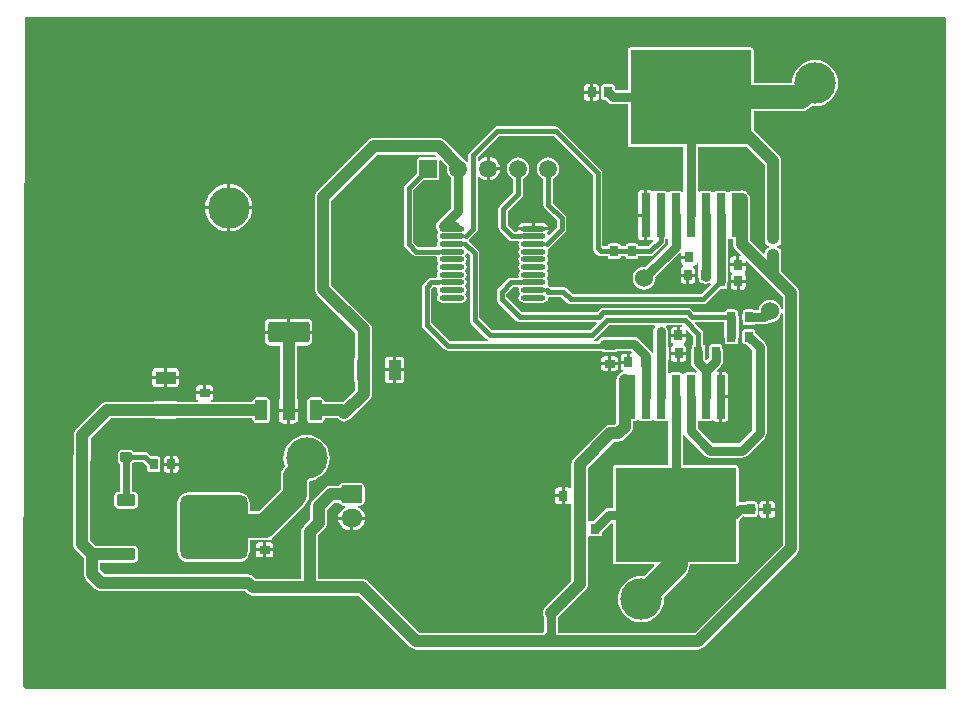
<source format=gtl>
%FSTAX24Y24*%
%MOIN*%
%SFA1B1*%

%IPPOS*%
%AMD11*
4,1,8,0.016200,0.034400,-0.016200,0.034400,-0.021600,0.029000,-0.021600,-0.029000,-0.016200,-0.034400,0.016200,-0.034400,0.021600,-0.029000,0.021600,0.029000,0.016200,0.034400,0.0*
1,1,0.010800,0.016200,0.029000*
1,1,0.010800,-0.016200,0.029000*
1,1,0.010800,-0.016200,-0.029000*
1,1,0.010800,0.016200,-0.029000*
%
%AMD12*
4,1,8,0.016200,0.034400,-0.016200,0.034400,-0.021600,0.029000,-0.021600,-0.029000,-0.016200,-0.034400,0.016200,-0.034400,0.021600,-0.029000,0.021600,0.029000,0.016200,0.034400,0.0*
1,1,0.010800,0.016200,0.029000*
1,1,0.010800,-0.016200,0.029000*
1,1,0.010800,-0.016200,-0.029000*
1,1,0.010800,0.016200,-0.029000*
%
%AMD13*
4,1,8,0.060300,0.034400,-0.060300,0.034400,-0.068900,0.025800,-0.068900,-0.025800,-0.060300,-0.034400,0.060300,-0.034400,0.068900,-0.025800,0.068900,0.025800,0.060300,0.034400,0.0*
1,1,0.017200,0.060300,0.025800*
1,1,0.017200,-0.060300,0.025800*
1,1,0.017200,-0.060300,-0.025800*
1,1,0.017200,0.060300,-0.025800*
%
%AMD16*
4,1,8,0.031500,-0.014800,0.031500,0.014800,0.026600,0.019700,-0.026600,0.019700,-0.031500,0.014800,-0.031500,-0.014800,-0.026600,-0.019700,0.026600,-0.019700,0.031500,-0.014800,0.0*
1,1,0.009800,0.026600,-0.014800*
1,1,0.009800,0.026600,0.014800*
1,1,0.009800,-0.026600,0.014800*
1,1,0.009800,-0.026600,-0.014800*
%
%AMD17*
4,1,8,0.112200,-0.081100,0.112200,0.081100,0.085100,0.108200,-0.085100,0.108200,-0.112200,0.081100,-0.112200,-0.081100,-0.085100,-0.108200,0.085100,-0.108200,0.112200,-0.081100,0.0*
1,1,0.054200,0.085100,-0.081100*
1,1,0.054200,0.085100,0.081100*
1,1,0.054200,-0.085100,0.081100*
1,1,0.054200,-0.085100,-0.081100*
%
%AMD18*
4,1,8,0.019700,-0.011800,0.019700,0.011800,0.015800,0.015700,-0.015800,0.015700,-0.019700,0.011800,-0.019700,-0.011800,-0.015800,-0.015700,0.015800,-0.015700,0.019700,-0.011800,0.0*
1,1,0.007800,0.015800,-0.011800*
1,1,0.007800,0.015800,0.011800*
1,1,0.007800,-0.015800,0.011800*
1,1,0.007800,-0.015800,-0.011800*
%
%AMD31*
4,1,8,0.035000,-0.022500,0.035000,0.022500,0.027500,0.030000,-0.027500,0.030000,-0.035000,0.022500,-0.035000,-0.022500,-0.027500,-0.030000,0.027500,-0.030000,0.035000,-0.022500,0.0*
1,1,0.015000,0.027500,-0.022500*
1,1,0.015000,0.027500,0.022500*
1,1,0.015000,-0.027500,0.022500*
1,1,0.015000,-0.027500,-0.022500*
%
%ADD10R,0.066900X0.043300*%
G04~CAMADD=11~8~0.0~0.0~433.0~689.0~54.0~0.0~15~0.0~0.0~0.0~0.0~0~0.0~0.0~0.0~0.0~0~0.0~0.0~0.0~0.0~433.0~689.0*
%ADD11D11*%
G04~CAMADD=12~8~0.0~0.0~433.0~689.0~54.0~0.0~15~0.0~0.0~0.0~0.0~0~0.0~0.0~0.0~0.0~0~0.0~0.0~0.0~0.0~433.0~689.0*
%ADD12D12*%
G04~CAMADD=13~8~0.0~0.0~1378.0~689.0~86.0~0.0~15~0.0~0.0~0.0~0.0~0~0.0~0.0~0.0~0.0~0~0.0~0.0~0.0~0.0~1378.0~689.0*
%ADD13D13*%
%ADD14R,0.035400X0.031500*%
%ADD15R,0.027600X0.035400*%
G04~CAMADD=16~8~0.0~0.0~394.0~630.0~49.0~0.0~15~0.0~0.0~0.0~0.0~0~0.0~0.0~0.0~0.0~0~0.0~0.0~0.0~270.0~630.0~394.0*
%ADD16D16*%
G04~CAMADD=17~8~0.0~0.0~2165.0~2244.0~271.0~0.0~15~0.0~0.0~0.0~0.0~0~0.0~0.0~0.0~0.0~0~0.0~0.0~0.0~270.0~2244.0~2164.0*
%ADD17D17*%
G04~CAMADD=18~8~0.0~0.0~315.0~394.0~39.0~0.0~15~0.0~0.0~0.0~0.0~0~0.0~0.0~0.0~0.0~0~0.0~0.0~0.0~270.0~394.0~314.0*
%ADD18D18*%
%ADD19R,0.031500X0.035400*%
%ADD20R,0.035400X0.027600*%
%ADD21R,0.031500X0.145700*%
%ADD22R,0.403500X0.315000*%
%ADD23R,0.043300X0.066900*%
%ADD24O,0.082700X0.017700*%
%ADD25C,0.031500*%
%ADD26C,0.023600*%
%ADD27C,0.039400*%
%ADD28C,0.015700*%
%ADD29C,0.078700*%
%ADD30O,0.070000X0.060000*%
G04~CAMADD=31~8~0.0~0.0~600.0~700.0~75.0~0.0~15~0.0~0.0~0.0~0.0~0~0.0~0.0~0.0~0.0~0~0.0~0.0~0.0~270.0~700.0~600.0*
%ADD31D31*%
%ADD32R,0.059100X0.059100*%
%ADD33C,0.059100*%
%ADD34C,0.060000*%
%ADD35C,0.137800*%
%LNteste2pcb-1*%
%LPD*%
G36*
X03075Y022285D02*
Y-0001D01*
X0001*
X0Y0*
X00005Y0223*
X0307*
X030704Y022304*
X03075Y022285*
G37*
%LNteste2pcb-2*%
%LPC*%
G36*
X005187Y010231D02*
X0048D01*
Y009963*
X005085*
X005124Y009971*
X005157Y009993*
X005179Y010026*
X005187Y010065*
Y010231*
G37*
G36*
X012332Y0105D02*
X012063D01*
Y010215*
X012071Y010176*
X012093Y010143*
X012126Y010121*
X012165Y010113*
X012332*
Y0105*
G37*
G36*
X0127D02*
X012431D01*
Y010113*
X012598*
X012637Y010121*
X01267Y010143*
X012692Y010176*
X0127Y010215*
Y0105*
G37*
G36*
X0047Y010231D02*
X004313D01*
Y010065*
X004321Y010026*
X004343Y009993*
X004376Y009971*
X004415Y009963*
X0047*
Y010231*
G37*
G36*
X009643Y011749D02*
X008057D01*
Y011541*
X008072Y011468*
X008113Y011407*
X008175Y011366*
X008247Y011351*
X008572*
Y009596*
X008542Y009551*
X00853Y009491*
Y009251*
X00917*
Y009491*
X009158Y009551*
X009128Y009596*
Y011351*
X009453*
X009525Y011366*
X009587Y011407*
X009628Y011468*
X009643Y011541*
Y011749*
G37*
G36*
X006Y010035D02*
X005873D01*
X005834Y010027*
X005801Y010005*
X005779Y009972*
X005771Y009933*
Y009826*
X006*
Y010035*
G37*
G36*
X006227D02*
X0061D01*
Y009826*
X006329*
Y009933*
X006321Y009972*
X006299Y010005*
X006266Y010027*
X006227Y010035*
G37*
G36*
X0047Y0106D02*
X004415D01*
X004376Y010592*
X004343Y01057*
X004321Y010537*
X004313Y010498*
Y010331*
X0047*
Y0106*
G37*
G36*
X012598Y010987D02*
X012431D01*
Y0106*
X0127*
Y010885*
X012692Y010924*
X01267Y010957*
X012637Y010979*
X012598Y010987*
G37*
G36*
X0195Y010994D02*
X019373D01*
X019334Y010987*
X019301Y010965*
X019279Y010932*
X019271Y010893*
Y010805*
X0195*
Y010994*
G37*
G36*
X019727D02*
X0196D01*
Y010805*
X019829*
Y010893*
X019821Y010932*
X019799Y010965*
X019766Y010987*
X019727Y010994*
G37*
G36*
X012332Y010987D02*
X012165D01*
X012126Y010979*
X012093Y010957*
X012071Y010924*
X012063Y010885*
Y0106*
X012332*
Y010987*
G37*
G36*
X005085Y0106D02*
X0048D01*
Y010331*
X005187*
Y010498*
X005179Y010537*
X005157Y01057*
X005124Y010592*
X005085Y0106*
G37*
G36*
X0195Y010705D02*
X019271D01*
Y010617*
X019279Y010578*
X019301Y010545*
X019334Y010523*
X019373Y010515*
X0195*
Y010705*
G37*
G36*
X019829D02*
X0196D01*
Y010515*
X019727*
X019766Y010523*
X019799Y010545*
X019821Y010578*
X019829Y010617*
Y010705*
G37*
G36*
X00917Y009151D02*
X0089D01*
Y008753*
X009012*
X009073Y008765*
X009124Y008799*
X009158Y00885*
X00917Y00891*
Y009151*
G37*
G36*
X0109Y00555D02*
X010503D01*
X01051Y005496*
X010551Y005398*
X010615Y005315*
X010698Y005251*
X010796Y00521*
X0109Y005197*
Y00555*
G37*
G36*
X011397D02*
X011D01*
Y005197*
X011104Y00521*
X011202Y005251*
X011285Y005315*
X011349Y005398*
X01139Y005496*
X011397Y00555*
G37*
G36*
X00945Y008371D02*
X009299Y008357D01*
X009155Y008313*
X009021Y008241*
X008905Y008145*
X008809Y008029*
X008737Y007895*
X008693Y00775*
X008679Y0076*
X008693Y007449*
X008724Y007348*
X00865Y00725*
X008602Y007136*
X008586Y007012*
Y00656*
X007857Y005831*
X007554*
Y006112*
X007542Y006203*
X007507Y006288*
X007451Y006361*
X007378Y006417*
X007293Y006452*
X007201Y006464*
X005499*
X005407Y006452*
X005322Y006417*
X005249Y006361*
X005193Y006288*
X005158Y006203*
X005146Y006112*
Y004488*
X005158Y004397*
X005193Y004312*
X005249Y004239*
X005322Y004183*
X005407Y004148*
X005499Y004136*
X007201*
X007293Y004148*
X007378Y004183*
X007451Y004239*
X007507Y004312*
X007542Y004397*
X007554Y004488*
Y004878*
X00783*
X007842Y00487*
X007873Y004863*
X008227*
X008258Y00487*
X008284Y004887*
X008301Y004913*
X008307Y004944*
Y004953*
X008391Y005017*
X009399Y006025*
X009475Y006124*
X009522Y006239*
X009539Y006362*
Y006815*
X009564Y00684*
X0096Y006843*
X009745Y006887*
X009879Y006959*
X009995Y007055*
X010091Y007171*
X010163Y007305*
X010207Y007449*
X010221Y0076*
X010207Y00775*
X010163Y007895*
X010091Y008029*
X009995Y008145*
X009879Y008241*
X009745Y008313*
X0096Y008357*
X00945Y008371*
G37*
G36*
X008227Y004809D02*
X0081D01*
Y0046*
X008329*
Y004707*
X008321Y004746*
X008299Y00478*
X008266Y004802*
X008227Y004809*
G37*
G36*
X008Y0045D02*
X007771D01*
Y004393*
X007779Y004354*
X007801Y00432*
X007834Y004298*
X007873Y004291*
X008*
Y0045*
G37*
G36*
X008329D02*
X0081D01*
Y004291*
X008227*
X008266Y004298*
X008299Y00432*
X008321Y004354*
X008329Y004393*
Y0045*
G37*
G36*
X008Y004809D02*
X007873D01*
X007834Y004802*
X007801Y00478*
X007779Y004746*
X007771Y004707*
Y0046*
X008*
Y004809*
G37*
G36*
X017949Y0063D02*
X017739D01*
Y006173*
X017747Y006134*
X017769Y006101*
X017802Y006079*
X017841Y006071*
X017949*
Y0063*
G37*
G36*
X004895Y007679D02*
X004807D01*
X004768Y007671*
X004735Y007649*
X004713Y007616*
X004706Y007577*
Y00745*
X004895*
Y007679*
G37*
G36*
X005083D02*
X004995D01*
Y00745*
X005185*
Y007577*
X005177Y007616*
X005155Y007649*
X005122Y007671*
X005083Y007679*
G37*
G36*
X0088Y009151D02*
X00853D01*
Y00891*
X008542Y00885*
X008576Y008799*
X008627Y008765*
X008688Y008753*
X0088*
Y009151*
G37*
G36*
X003586Y007889D02*
X003271D01*
X003225Y007879*
X003186Y007853*
X00316Y007814*
X00315Y007768*
Y007532*
X00316Y007486*
X003186Y007447*
X003225Y007421*
X003236Y007418*
Y006478*
X003171*
X003121Y006468*
X003079Y006439*
X00305Y006397*
X00304Y006347*
Y006052*
X00305Y006002*
X003079Y00596*
X003121Y005931*
X003171Y005922*
X003702*
X003752Y005931*
X003795Y00596*
X003823Y006002*
X003833Y006052*
Y006347*
X003823Y006397*
X003795Y006439*
X003752Y006468*
X003702Y006478*
X003637*
Y007424*
X003671Y007447*
X003697Y007486*
X003698Y007489*
X003983*
X004136Y007336*
X004137*
Y007223*
X004143Y007192*
X00416Y007166*
X004186Y007149*
X004217Y007143*
X004493*
X004523Y007149*
X004549Y007166*
X004567Y007192*
X004573Y007223*
Y007577*
X004567Y007608*
X004549Y007634*
X004523Y007651*
X004493Y007657*
X00427*
X004164Y007764*
X004111Y007798*
X00405Y007811*
X003698*
X003697Y007814*
X003671Y007853*
X003632Y007879*
X003586Y007889*
G37*
G36*
X017949Y006629D02*
X017841D01*
X017802Y006621*
X017769Y006599*
X017747Y006566*
X017739Y006527*
Y0064*
X017949*
Y006629*
G37*
G36*
X004895Y00735D02*
X004706D01*
Y007223*
X004713Y007184*
X004735Y007151*
X004768Y007129*
X004807Y007121*
X004895*
Y00735*
G37*
G36*
X005185D02*
X004995D01*
Y007121*
X005083*
X005122Y007129*
X005155Y007151*
X005177Y007184*
X005185Y007223*
Y00735*
G37*
G36*
X0068Y016738D02*
X006695Y016728D01*
X006547Y016682*
X00641Y016609*
X006289Y016511*
X006191Y01639*
X006118Y016253*
X006072Y016105*
X006062Y016*
X0068*
Y016738*
G37*
G36*
X007638Y0159D02*
X0069D01*
Y015162*
X007005Y015172*
X007153Y015218*
X00729Y015291*
X007411Y015389*
X007509Y01551*
X007582Y015647*
X007628Y015795*
X007638Y0159*
G37*
G36*
X009453Y012247D02*
X0089D01*
Y011849*
X009643*
Y012058*
X009628Y01213*
X009587Y012192*
X009525Y012233*
X009453Y012247*
G37*
G36*
X0207Y01565D02*
X020491D01*
Y014972*
X020498Y014933*
X02052Y0149*
X020554Y014877*
X020593Y01487*
X0207*
Y01565*
G37*
G36*
Y01653D02*
X020593D01*
X020554Y016523*
X02052Y0165*
X020498Y016467*
X020491Y016428*
Y01575*
X0207*
Y01653*
G37*
G36*
X018899Y01975D02*
X018689D01*
Y019623*
X018697Y019584*
X018719Y019551*
X018752Y019529*
X018791Y019521*
X018899*
Y01975*
G37*
G36*
X0069Y016738D02*
Y016D01*
X007638*
X007628Y016105*
X007582Y016253*
X007509Y01639*
X007411Y016511*
X00729Y016609*
X007153Y016682*
X007005Y016728*
X0069Y016738*
G37*
G36*
X020124Y011079D02*
X020017D01*
X019978Y011071*
X019945Y011049*
X019923Y011016*
X019915Y010977*
Y01085*
X020124*
Y011079*
G37*
G36*
X019106Y020079D02*
X018999D01*
Y01985*
X019208*
Y019977*
X019201Y020016*
X019178Y020049*
X019145Y020071*
X019106Y020079*
G37*
G36*
X024268Y021292D02*
X020232D01*
X020202Y021286*
X020176Y021269*
X020158Y021243*
X020152Y021212*
Y019878*
X019763*
X019738Y019903*
Y019977*
X019732Y020008*
X019714Y020034*
X019688Y020051*
X019657Y020057*
X019343*
X019312Y020051*
X019286Y020034*
X019268Y020008*
X019262Y019977*
Y019816*
X019259Y0198*
X019262Y019784*
Y019623*
X019268Y019592*
X019286Y019566*
X019312Y019549*
X019343Y019543*
X019417*
X019493Y019467*
X019571Y019414*
X019663Y019396*
X020152*
Y018062*
X020158Y018031*
X020176Y018005*
X020202Y017988*
X020232Y017982*
X022009*
Y016508*
X021982Y016494*
X021959Y016489*
X021938Y016503*
X021907Y016509*
X021593*
X021562Y016503*
X021536Y016485*
X021528Y016473*
X021521Y016471*
X021479*
X021472Y016473*
X021464Y016485*
X021438Y016503*
X021407Y016509*
X021093*
X021062Y016503*
X021044Y016491*
X021034Y016485*
X020983Y016496*
X02098Y0165*
X020947Y016523*
X020907Y01653*
X0208*
Y0157*
Y01487*
X020907*
X020947Y014877*
X02098Y0149*
X020997Y014888*
X020998Y014826*
X020833Y014661*
X020513*
Y014677*
X020507Y014708*
X02049Y014734*
X020464Y014751*
X020433Y014757*
X020157*
X020127Y014751*
X020101Y014734*
X020083Y014708*
X020077Y014677*
Y014661*
X019923*
Y014677*
X019917Y014708*
X019899Y014734*
X019873Y014751*
X019843Y014757*
X019567*
X019536Y014751*
X01951Y014734*
X019493Y014708*
X019487Y014677*
Y014661*
X019319*
X019311Y014669*
Y0171*
X019298Y017161*
X019264Y017214*
X017864Y018614*
X017811Y018648*
X01775Y018661*
X0158*
X015739Y018648*
X015686Y018614*
X014886Y017814*
X014852Y017761*
X014839Y0177*
Y017504*
X014789Y017487*
X014767Y017517*
X014689Y017577*
X014651Y017592*
X014047Y018197*
X013989Y018241*
X013922Y018269*
X01385Y018278*
X0117*
X011628Y018269*
X011561Y018241*
X011503Y018197*
X009803Y016497*
X009759Y016439*
X009732Y016372*
X009722Y0163*
Y01325*
X009732Y013178*
X009759Y013111*
X009803Y013053*
X011072Y011785*
Y010959*
X011071*
X011045Y010941*
X011028Y010915*
X011022Y010885*
Y010215*
X011028Y010185*
X011045Y010159*
X011071Y010141*
X011072*
Y009865*
X010675Y009468*
X010671Y009469*
X010599Y009479*
X010053*
Y009491*
X010043Y009543*
X010014Y009587*
X00997Y009616*
X009918Y009627*
X009593*
X009541Y009616*
X009497Y009587*
X009468Y009543*
X009458Y009491*
Y00891*
X009468Y008859*
X009497Y008815*
X009541Y008785*
X009593Y008775*
X009918*
X00997Y008785*
X010014Y008815*
X010043Y008859*
X010053Y00891*
Y008923*
X010484*
X010503Y008903*
X010561Y008859*
X010628Y008831*
X0107Y008822*
X010772Y008831*
X010839Y008859*
X010897Y008903*
X011547Y009553*
X011591Y009611*
X011618Y009678*
X011628Y00975*
Y0119*
X011618Y011972*
X011591Y012039*
X011547Y012097*
X010278Y013365*
Y016185*
X011815Y017722*
X013735*
X013781Y017676*
X013761Y017626*
X013205*
X013174Y017619*
X013148Y017602*
X013131Y017576*
X013124Y017545*
Y017102*
X012736Y016714*
X012702Y016661*
X012689Y0166*
Y01475*
X012702Y014689*
X012736Y014636*
X012997Y014376*
X013049Y014341*
X013111Y014329*
X013777*
X013806Y014279*
X013796Y014228*
X013809Y014163*
X013825Y014139*
X013843Y0141*
X013825Y014061*
X013809Y014037*
X013796Y013972*
X013809Y013907*
X013846Y013851*
Y013837*
X013809Y013781*
X013796Y013716*
X013805Y013671*
X013774Y013621*
X01361*
X013549Y013609*
X013497Y013574*
X013336Y013414*
X013302Y013361*
X013289Y0133*
Y01205*
X013302Y011989*
X013336Y011936*
X014041Y011232*
X014093Y011197*
X014155Y011185*
X019274*
X019278Y011182*
X019298Y011178*
X019299Y011177*
X019316Y011151*
X019342Y011133*
X019373Y011127*
X019727*
X019758Y011133*
X019784Y011151*
X019793Y011164*
X02025*
X020285Y011129*
X020264Y011079*
X020224*
Y0108*
X020174*
Y01075*
X019915*
Y010623*
X019923Y010584*
X019945Y010551*
X019978Y010529*
X020007Y010523*
X020006Y010472*
X019978Y010468*
X019911Y010441*
X019853Y010397*
X019809Y010339*
X019782Y010272*
X019772Y0102*
Y008765*
X01971Y008704*
X019576*
X019504Y008694*
X019437Y008666*
X019379Y008622*
X018353Y007597*
X018309Y007539*
X018282Y007472*
X018272Y0074*
Y006624*
X018249Y006611*
X018222Y006604*
X018195Y006621*
X018156Y006629*
X018049*
Y00635*
Y006071*
X018156*
X018195Y006079*
X018222Y006096*
X018249Y006089*
X018272Y006076*
Y003515*
X017403Y002647*
X017359Y002589*
X017332Y002522*
X017322Y00245*
X017332Y002378*
X017359Y002311*
Y00185*
X017287Y001778*
X013215*
X011497Y003497*
X011439Y003541*
X011372Y003568*
X0113Y003578*
X009828*
Y005035*
X010047Y005253*
X010091Y005311*
X010118Y005378*
X010128Y00545*
Y005885*
X010365Y006122*
X010529*
X01053Y006115*
X010564Y006064*
X010615Y00603*
X010675Y006018*
X010734*
X010744Y005968*
X010698Y005949*
X010615Y005885*
X010551Y005802*
X01051Y005704*
X010503Y00565*
X01095*
X011397*
X01139Y005704*
X011349Y005802*
X011285Y005885*
X011202Y005949*
X011156Y005968*
X011166Y006018*
X011225*
X011285Y00603*
X011336Y006064*
X01137Y006115*
X011382Y006175*
Y006625*
X01137Y006685*
X011336Y006736*
X011285Y00677*
X011225Y006782*
X010675*
X010615Y00677*
X010564Y006736*
X01053Y006685*
X010529Y006678*
X01025*
X010178Y006668*
X010111Y006641*
X010053Y006597*
X009653Y006197*
X009609Y006139*
X009582Y006072*
X009572Y006*
Y005565*
X009353Y005347*
X009309Y005289*
X009281Y005222*
X009272Y00515*
Y003578*
X007765*
X007697Y003647*
X007639Y003691*
X007572Y003719*
X0075Y003728*
X002715*
X002578Y003866*
Y004122*
X00317*
X003171*
X003702*
X003752Y004132*
X003795Y004161*
X003823Y004203*
X003833Y004253*
Y004548*
X003823Y004598*
X003795Y00464*
X003752Y004669*
X003702Y004678*
X003171*
X00317*
X002415*
X002228Y004865*
Y007467*
X00224Y007486*
X00225Y007532*
Y00765*
Y008257*
X002916Y008923*
X00441*
X004415Y008922*
X005085*
X00509Y008923*
X007647*
Y00891*
X007657Y008859*
X007686Y008815*
X00773Y008785*
X007782Y008775*
X008107*
X008159Y008785*
X008203Y008815*
X008232Y008859*
X008242Y00891*
Y009491*
X008232Y009543*
X008203Y009587*
X008159Y009616*
X008107Y009627*
X007782*
X00773Y009616*
X007686Y009587*
X007657Y009543*
X007647Y009491*
Y009479*
X006282*
X006275Y009498*
X006273Y009529*
X006299Y009546*
X006321Y009579*
X006329Y009618*
Y009726*
X005771*
Y009618*
X005779Y009579*
X005801Y009546*
X005827Y009529*
X005825Y009498*
X005818Y009479*
X00515*
X005141Y009492*
X005115Y009509*
X005085Y009515*
X004415*
X004385Y009509*
X004359Y009492*
X00435Y009479*
X002801*
X002729Y009469*
X002662Y009442*
X002604Y009397*
X001775Y008568*
X001731Y008511*
X001703Y008444*
X001694Y008372*
Y00773*
X001681Y0077*
X001672Y007628*
Y00475*
X001681Y004678*
X001709Y004611*
X001753Y004553*
X002022Y004285*
Y00375*
X002031Y003678*
X002059Y003611*
X002103Y003554*
X002403Y003253*
X002461Y003209*
X002528Y003182*
X0026Y003172*
X007385*
X007453Y003103*
X007511Y003059*
X007578Y003031*
X00765Y003022*
X011185*
X012903Y001303*
X012961Y001259*
X013028Y001231*
X0131Y001222*
X0225*
X022572Y001231*
X022639Y001259*
X022697Y001303*
X025797Y004403*
X025841Y004461*
X025868Y004528*
X025878Y0046*
Y0131*
X025868Y013172*
X025841Y013239*
X025797Y013297*
X025278Y013815*
Y014374*
X025268Y014446*
X025257Y014473*
Y014532*
X025251Y014563*
X025234Y014589*
X025208Y014606*
X025177Y014612*
X025156*
X025141Y01464*
X025143Y014668*
X025166Y014688*
X025177*
X025208Y014694*
X025234Y014711*
X025251Y014737*
X025257Y014768*
Y014827*
X025268Y014854*
X025278Y014926*
Y0175*
X025268Y017572*
X025241Y017639*
X025197Y017697*
X024348Y018545*
Y01916*
X025937*
X02606Y019177*
X026175Y019224*
X026274Y0193*
X026311Y019337*
X0264Y019329*
X026551Y019343*
X026695Y019387*
X026829Y019459*
X026945Y019555*
X027041Y019671*
X027113Y019805*
X027157Y01995*
X027171Y0201*
X027157Y02025*
X027113Y020395*
X027041Y020529*
X026945Y020645*
X026829Y020741*
X026695Y020813*
X026551Y020857*
X0264Y020871*
X026249Y020857*
X026105Y020813*
X025971Y020741*
X025855Y020645*
X025759Y020529*
X025687Y020395*
X025643Y02025*
X02563Y020114*
X024348*
Y021212*
X024342Y021243*
X024324Y021269*
X024298Y021286*
X024268Y021292*
G37*
G36*
X018899Y020079D02*
X018791D01*
X018752Y020071*
X018719Y020049*
X018697Y020016*
X018689Y019977*
Y01985*
X018899*
Y020079*
G37*
G36*
X0088Y012247D02*
X008247D01*
X008175Y012233*
X008113Y012192*
X008072Y01213*
X008057Y012058*
Y011849*
X0088*
Y012247*
G37*
G36*
X019208Y01975D02*
X018999D01*
Y019521*
X019106*
X019145Y019529*
X019178Y019551*
X019201Y019584*
X019208Y019623*
Y01975*
G37*
G36*
X0068Y0159D02*
X006062D01*
X006072Y015795*
X006118Y015647*
X006191Y01551*
X006289Y015389*
X00641Y015291*
X006547Y015218*
X006695Y015172*
X0068Y015162*
Y0159*
G37*
%LNteste2pcb-3*%
%LPD*%
G36*
X024722Y017385D02*
Y014926D01*
X024732Y014854*
X024743Y014827*
Y014768*
X024749Y014737*
X024766Y014711*
X024792Y014694*
X024823Y014688*
X024844*
X024859Y01466*
X024857Y014632*
X024834Y014612*
X024823*
X024792Y014606*
X024766Y014589*
X024749Y014563*
X024743Y014532*
Y014473*
X024732Y014446*
X02473Y014434*
X024677Y014416*
X024228Y014865*
Y01625*
X024218Y016322*
X024191Y016389*
X024147Y016447*
X024089Y016491*
X024022Y016518*
X02395Y016528*
X023878Y016518*
X023854Y016509*
X023593*
X023562Y016503*
X023536Y016485*
X023528Y016473*
X023521Y016471*
X023479*
X023472Y016473*
X023464Y016485*
X023438Y016503*
X023407Y016509*
X023093*
X023062Y016503*
X023036Y016485*
X023028Y016473*
X023021Y016471*
X022979*
X022972Y016473*
X022964Y016485*
X022938Y016503*
X022907Y016509*
X022593*
X022562Y016503*
X022541Y016489*
X022518Y016494*
X022491Y016508*
Y017982*
X024125*
X024722Y017385*
G37*
G36*
X014133Y017324D02*
X014123Y01725D01*
X014136Y017152*
X014173Y017061*
X014233Y016983*
X014259Y016963*
Y01595*
X01383Y01552*
X013777Y015442*
X013759Y01535*
X013777Y015258*
X013803Y01522*
X013809Y015186*
X013825Y015162*
X013843Y015124*
X013825Y015085*
X013809Y015061*
X013796Y014996*
X013809Y01493*
X013846Y014875*
X013825Y014829*
X013809Y014805*
X013796Y01474*
X013804Y0147*
X01377Y01465*
X013177*
X013011Y014817*
Y016533*
X013352Y016874*
X013795*
X013826Y016881*
X013852Y016898*
X013869Y016924*
X013876Y016955*
Y017511*
X013926Y017531*
X014133Y017324*
G37*
G36*
X021028Y008877D02*
X021036Y008865D01*
X021062Y008847*
X021093Y008841*
X021407*
X021438Y008847*
X021459Y008861*
X021482Y008856*
X021509Y008842*
Y007368*
X019732*
X019702Y007362*
X019676Y007345*
X019658Y007319*
X019652Y007288*
Y005954*
X019539*
X019446Y005936*
X019368Y005883*
X018992Y005507*
X018918*
X018887Y005501*
X018878Y005495*
X018828Y005517*
Y00635*
Y007285*
X019691Y008148*
X019826*
X019898Y008157*
X019965Y008185*
X020022Y008229*
X020247Y008453*
X020291Y008511*
X020319Y008578*
X020328Y00865*
Y008841*
X020407*
X020438Y008847*
X020464Y008865*
X020472Y008877*
X020479Y008879*
X020521*
X020528Y008877*
X020536Y008865*
X020562Y008847*
X020593Y008841*
X020907*
X020938Y008847*
X020964Y008865*
X020972Y008877*
X020979Y008879*
X021021*
X021028Y008877*
G37*
G36*
X021959Y012029D02*
X021954Y012007D01*
X02193Y011979*
X021895*
Y01175*
X022085*
Y011867*
X022109Y011883*
X022134Y011889*
X022344Y011679*
Y011403*
X022336Y011401*
X02231Y011384*
X022293Y011358*
X022287Y011327*
Y011251*
X022277Y011237*
X022259Y011145*
Y0108*
X022277Y010708*
X02233Y01063*
X022461Y010499*
X022439Y010455*
X022436Y010453*
X022407Y010459*
X022093*
X022062Y010453*
X022036Y010435*
X022028Y010423*
X022021Y010421*
X021979*
X021972Y010423*
X021964Y010435*
X021938Y010453*
X021907Y010459*
X021593*
X021562Y010453*
X021541Y010439*
X021518Y010444*
X021491Y010458*
Y010851*
X021513Y010866*
X02153Y010892*
X021537Y010923*
Y011277*
X02153Y011308*
X021513Y011334*
X021491Y011349*
Y011851*
X021473Y011943*
X021442Y011989*
X021468Y012039*
X021947*
X021959Y012029*
G37*
G36*
X021058Y011989D02*
X021027Y011943D01*
X021009Y011851*
Y011132*
X020959Y011117*
X02092Y011175*
X02052Y011575*
X020442Y011627*
X02035Y011646*
X01937*
X019278Y011627*
X019199Y011575*
X019153Y011506*
X019026*
X019018Y011532*
Y011556*
X019064Y011586*
X019517Y012039*
X021032*
X021058Y011989*
G37*
G36*
X023562Y014897D02*
X023593Y014891D01*
X023672*
Y01475*
X023681Y014678*
X023709Y014611*
X023753Y014553*
X023932Y014375*
X023912Y014329*
X023876*
Y0141*
X024085*
Y014157*
X024131Y014176*
X024803Y013503*
X025322Y012985*
Y012579*
X025272Y012576*
X025269Y012599*
X025231Y012691*
X02517Y01277*
X025091Y012831*
X024999Y012869*
X0249Y012882*
X024801Y012869*
X024709Y012831*
X02463Y01277*
X024569Y012691*
X024531Y012599*
X024523Y012541*
X024384*
X024369Y012551*
X024338Y012557*
X024062*
X024031Y012551*
X024005Y012534*
X023988Y012508*
X023982Y012477*
Y012399*
X023977Y012392*
X023959Y0123*
X023977Y012208*
X023982Y012201*
Y012123*
X023988Y012092*
X024005Y012066*
X024031Y012049*
X024062Y012043*
X024338*
X024369Y012049*
X024384Y012059*
X0247*
X024792Y012077*
X024861Y012123*
X0249Y012118*
X024999Y012131*
X025091Y012169*
X02517Y01223*
X025231Y012309*
X025269Y012401*
X025272Y012424*
X025322Y012421*
Y004715*
X022385Y001778*
X017841*
Y002298*
X018747Y003203*
X018791Y003261*
X018819Y003328*
X018828Y0034*
Y004983*
X018878Y005005*
X018887Y004999*
X018918Y004993*
X019233*
X019264Y004999*
X01929Y005016*
X019307Y005042*
X019313Y005073*
Y005147*
X019602Y005436*
X019652Y005415*
Y004138*
X019658Y004107*
X019676Y004081*
X019702Y004064*
X019732Y004058*
X021019*
X021038Y004012*
X020689Y003663*
X0206Y003671*
X02045Y003657*
X020305Y003613*
X020171Y003541*
X020055Y003445*
X019959Y003329*
X019887Y003195*
X019843Y00305*
X019829Y0029*
X019843Y002749*
X019887Y002605*
X019959Y002471*
X020055Y002355*
X020171Y002259*
X020305Y002187*
X02045Y002143*
X0206Y002129*
X020751Y002143*
X020895Y002187*
X021029Y002259*
X021145Y002355*
X021241Y002471*
X021313Y002605*
X021357Y002749*
X021371Y0029*
X021363Y002989*
X022087Y003713*
X022163Y003812*
X02221Y003927*
X022227Y00405*
Y004058*
X023768*
X023798Y004064*
X023824Y004081*
X023842Y004107*
X023848Y004138*
Y005519*
X023883Y005543*
X024Y005659*
X024045*
X024061Y005649*
X024091Y005643*
X024406*
X024437Y005649*
X024463Y005666*
X02448Y005692*
X024487Y005723*
Y005884*
X02449Y0059*
X024487Y005916*
Y006077*
X02448Y006108*
X024463Y006134*
X024437Y006151*
X024406Y006157*
X024091*
X024061Y006151*
X024045Y006141*
X0239*
X023887Y006138*
X023848Y00617*
Y007288*
X023842Y007319*
X023824Y007345*
X023798Y007362*
X023768Y007368*
X021991*
Y008373*
X022041Y008388*
X02208Y00833*
X02273Y00768*
X022808Y007627*
X0229Y007609*
X02395*
X024042Y007627*
X02412Y00768*
X02472Y00828*
X024773Y008358*
X024791Y00845*
Y011295*
X024773Y011387*
X02472Y011466*
X024413Y011773*
Y011827*
X024407Y011858*
X02439Y011884*
X024364Y011901*
X024333Y011907*
X024057*
X024027Y011901*
X024001Y011884*
X023983Y011858*
X023977Y011827*
Y011749*
X023973Y011742*
X023954Y01165*
X023973Y011558*
X023977Y011551*
Y011473*
X023983Y011442*
X024001Y011416*
X024027Y011399*
X024057Y011393*
X024112*
X024309Y011196*
Y00855*
X02385Y008091*
X023*
X022491Y0086*
Y008842*
X022518Y008856*
X022541Y008861*
X022562Y008847*
X022593Y008841*
X022907*
X022938Y008847*
X022958Y00886*
X022965Y008865*
X023017Y008854*
X02302Y00885*
X023054Y008827*
X023093Y00882*
X0232*
Y00965*
Y01048*
X023142*
X023121Y01053*
X02327Y01068*
X023323Y010758*
X023341Y01085*
X023336Y010874*
Y01115*
X023318Y011242*
X023313Y011249*
Y011327*
X023307Y011358*
X02329Y011384*
X023264Y011401*
X023233Y011407*
X022957*
X022927Y011401*
X022901Y011384*
X022883Y011358*
X022877Y011327*
Y011249*
X022873Y011242*
X022854Y01115*
Y010945*
X022778Y010869*
X022741Y010902*
Y011126*
X022746Y01115*
X022727Y011242*
X022723Y011249*
Y011327*
X022717Y011358*
X022699Y011384*
X022673Y011401*
X022665Y011403*
Y011745*
X022653Y011807*
X022618Y011859*
X022384Y012093*
X022403Y012139*
X023369*
Y011674*
X023364Y01165*
X023382Y011558*
X023387Y011551*
Y011473*
X023393Y011442*
X02341Y011416*
X023436Y011399*
X023467Y011393*
X023743*
X023773Y011399*
X023799Y011416*
X023817Y011442*
X023823Y011473*
Y011549*
X023832Y011563*
X02385Y011655*
Y0123*
X023832Y012392*
X023828Y012399*
Y012477*
X023821Y012508*
X023804Y012534*
X023778Y012551*
X023747Y012557*
X023472*
X023441Y012551*
X023415Y012534*
X023397Y012508*
X023391Y012477*
Y012461*
X022381*
X02227Y012571*
X022218Y012606*
X022157Y012618*
X019343*
X019282Y012606*
X01923Y012571*
X019119Y012461*
X016617*
X016111Y012967*
Y013083*
X016327Y0133*
X01649*
X016522Y01325*
X016513Y013204*
X016526Y013139*
X016563Y013084*
Y013069*
X016526Y013014*
X016513Y012948*
X016526Y012883*
X016563Y012828*
X016618Y012791*
X016683Y012778*
X017333*
X017398Y012791*
X017454Y012828*
X017491Y012883*
X017504Y012948*
X017546Y012989*
X017933*
X018136Y012786*
X018189Y012752*
X01825Y012739*
X022655*
X022716Y012752*
X022768Y012786*
X023224Y013243*
X023393*
X023423Y013249*
X023449Y013266*
X023467Y013292*
X023473Y013323*
Y013405*
X023491Y013495*
Y013819*
X023506Y013842*
X023512Y013873*
Y014227*
X023506Y014258*
X023491Y014281*
Y014892*
X023518Y014906*
X023541Y014911*
X023562Y014897*
G37*
G36*
X018989Y017033D02*
Y014603D01*
X019002Y014541*
X019036Y014489*
X019139Y014386*
X019191Y014352*
X019253Y014339*
X019487*
Y014323*
X019493Y014292*
X01951Y014266*
X019536Y014249*
X019567Y014243*
X019843*
X019873Y014249*
X019899Y014266*
X019917Y014292*
X019923Y014323*
Y014339*
X020077*
Y014323*
X020083Y014292*
X020101Y014266*
X020127Y014249*
X020157Y014243*
X020433*
X020464Y014249*
X02049Y014266*
X020507Y014292*
X020513Y014323*
Y014339*
X0209*
X020961Y014352*
X021014Y014386*
X021364Y014736*
X021398Y014789*
X021411Y01485*
Y014892*
X021438Y014897*
X021459Y014911*
X021482Y014906*
X021509Y014892*
Y01475*
X020737Y013977*
X0207Y013982*
X020601Y013969*
X020509Y013931*
X02043Y01387*
X020369Y013791*
X020331Y013699*
X020318Y0136*
X020331Y013501*
X020369Y013409*
X02043Y01333*
X020509Y013269*
X020601Y013231*
X0207Y013218*
X020799Y013231*
X020891Y013269*
X02097Y01333*
X021031Y013409*
X021069Y013501*
X021082Y0136*
X021077Y013637*
X021891Y01445*
X021941Y014429*
Y01435*
X0222*
Y01425*
X021941*
Y014123*
X021948Y014084*
X02197Y014051*
X022004Y014029*
X022007Y014028*
Y013977*
X021978Y013971*
X021945Y013949*
X021923Y013916*
X021915Y013877*
Y01375*
X022155*
X022394*
Y013877*
X022387Y013916*
X022365Y013949*
X022332Y013971*
X022339Y014021*
X022357*
X022397Y014029*
X02243Y014051*
X022452Y014084*
X022459Y014123*
X022509Y014122*
Y01365*
X022527Y013559*
Y013523*
X022533Y013492*
X022551Y013466*
X022577Y013449*
X022607Y013443*
X022635*
X022658Y013427*
X02275Y013409*
X022842Y013427*
X022865Y013443*
X022883*
X022904Y013447*
X022929Y013414*
X022933Y013405*
X022588Y013061*
X018317*
X018114Y013264*
X018061Y013298*
X018Y013311*
X017576*
X017569Y013318*
X017521Y01335*
X0175Y013372*
X017491Y013395*
X017504Y01346*
X017491Y013526*
X017475Y013549*
X017457Y013588*
X017475Y013627*
X017491Y013651*
X017504Y013716*
X017491Y013781*
X017454Y013837*
Y013851*
X017491Y013907*
X017504Y013972*
X017491Y014037*
X017475Y014061*
X017457Y0141*
X017475Y014139*
X017491Y014163*
X017504Y014228*
X017491Y014293*
X017454Y014349*
Y014363*
X017491Y014419*
X017504Y014484*
X017491Y014549*
X0175Y014572*
X017521Y014594*
X017569Y014626*
X018064Y015121*
X018098Y015173*
X018111Y015235*
Y0156*
X018098Y015661*
X018064Y015714*
X017661Y016117*
Y016912*
X017689Y016923*
X017767Y016983*
X017827Y017061*
X017864Y017152*
X017877Y01725*
X017864Y017348*
X017827Y017439*
X017767Y017517*
X017689Y017577*
X017598Y017614*
X0175Y017627*
X017402Y017614*
X017311Y017577*
X017233Y017517*
X017173Y017439*
X017136Y017348*
X017123Y01725*
X017136Y017152*
X017173Y017061*
X017233Y016983*
X017311Y016923*
X017339Y016912*
Y01605*
X017352Y015989*
X017386Y015936*
X017789Y015533*
Y015301*
X01754Y015051*
X017487Y015068*
X017465Y015113*
X017469Y015116*
X017511Y015178*
X017515Y015202*
X017008*
X016497*
X016465Y015156*
X016371*
X016161Y015367*
Y015833*
X016614Y016286*
X016648Y016339*
X016661Y0164*
Y016912*
X016689Y016923*
X016767Y016983*
X016827Y017061*
X016864Y017152*
X016877Y01725*
X016864Y017348*
X016827Y017439*
X016767Y017517*
X016689Y017577*
X016598Y017614*
X0165Y017627*
X016402Y017614*
X016311Y017577*
X016233Y017517*
X016173Y017439*
X016136Y017348*
X016123Y01725*
X016136Y017152*
X016173Y017061*
X016233Y016983*
X016311Y016923*
X016339Y016912*
Y016467*
X015886Y016014*
X015852Y015961*
X015839Y0159*
Y0153*
X015852Y015239*
X015886Y015186*
X016191Y014882*
X016243Y014847*
X016304Y014835*
X01649*
X016522Y014785*
X016513Y01474*
X016526Y014674*
X016542Y014651*
X016559Y014612*
X016542Y014573*
X016526Y014549*
X016513Y014484*
X016526Y014419*
X016563Y014363*
Y014349*
X016526Y014293*
X016513Y014228*
X016526Y014163*
X016542Y014139*
X016559Y0141*
X016542Y014061*
X016526Y014037*
X016513Y013972*
X016526Y013907*
X016563Y013851*
Y013837*
X016526Y013781*
X016513Y013716*
X016522Y013671*
X01649Y013621*
X01626*
X016199Y013609*
X016147Y013574*
X015836Y013264*
X015802Y013211*
X015789Y01315*
Y0129*
X015802Y012839*
X015836Y012786*
X016436Y012186*
X016489Y012152*
X01655Y012139*
X019097*
X019116Y012093*
X018883Y011861*
X015617*
X015211Y012267*
Y014428*
X015198Y01449*
X015164Y014542*
X014873Y014833*
X014865Y014878*
X014875Y014898*
X015114Y015136*
X015148Y015189*
X015161Y01525*
Y016965*
X015208Y016981*
X015218Y016968*
X015301Y016905*
X015397Y016865*
X01545Y016858*
Y01725*
Y017642*
X015397Y017635*
X015301Y017595*
X015218Y017532*
X015208Y017519*
X015161Y017535*
Y017633*
X015867Y018339*
X017683*
X018989Y017033*
G37*
G36*
X014889Y014362D02*
Y0122D01*
X014902Y012139*
X014936Y012086*
X015436Y011586*
X015482Y011556*
Y011532*
X015474Y011506*
X014221*
X013611Y012117*
Y013233*
X013677Y0133*
X013774*
X013805Y01325*
X013796Y013204*
X013809Y013139*
X013825Y013115*
X013843Y013076*
X013825Y013038*
X013809Y013014*
X013796Y012948*
X013809Y012883*
X013846Y012828*
X013902Y012791*
X013967Y012778*
X014617*
X014682Y012791*
X014737Y012828*
X014774Y012883*
X014787Y012948*
X014774Y013014*
X014758Y013038*
X014741Y013076*
X014758Y013115*
X014774Y013139*
X014787Y013204*
X014774Y01327*
X014737Y013325*
Y01334*
X014774Y013395*
X014787Y01346*
X014774Y013526*
X014758Y013549*
X014741Y013588*
X014758Y013627*
X014774Y013651*
X014787Y013716*
X014774Y013781*
X014737Y013837*
Y013851*
X014774Y013907*
X014787Y013972*
X014774Y014037*
X014758Y014061*
X014741Y0141*
X014758Y014139*
X014774Y014163*
X014787Y014228*
X014774Y014293*
X014737Y014349*
Y014363*
X014769Y014411*
X014823Y014428*
X014889Y014362*
G37*
%LNteste2pcb-4*%
%LPC*%
G36*
X021795Y011979D02*
X021707D01*
X021668Y011971*
X021635Y011949*
X021613Y011916*
X021606Y011877*
Y01175*
X021795*
Y011979*
G37*
G36*
X022109Y01105D02*
X0219D01*
Y010821*
X022007*
X022046Y010829*
X02208Y010851*
X022102Y010884*
X022109Y010923*
Y01105*
G37*
G36*
X0218D02*
X021591D01*
Y010923*
X021598Y010884*
X02162Y010851*
X021653Y010829*
X021693Y010821*
X0218*
Y01105*
G37*
G36*
X022085Y01165D02*
X021845D01*
X021606*
Y011523*
X021613Y011484*
X021635Y011451*
X021668Y011429*
X021677Y011427*
Y011376*
X021653Y011371*
X02162Y011349*
X021598Y011316*
X021591Y011277*
Y01115*
X02185*
Y0111*
Y01115*
X022109*
Y011277*
X022102Y011316*
X02208Y011349*
X022046Y011371*
X022018Y011377*
Y011428*
X022022Y011429*
X022055Y011451*
X022077Y011484*
X022085Y011523*
Y01165*
G37*
G36*
X02475Y00585D02*
X024541D01*
Y005723*
X024548Y005684*
X02457Y005651*
X024604Y005629*
X024643Y005621*
X02475*
Y00585*
G37*
G36*
X024957Y006179D02*
X02485D01*
Y00595*
X025059*
Y006077*
X025052Y006116*
X02503Y006149*
X024997Y006171*
X024957Y006179*
G37*
G36*
X02475D02*
X024643D01*
X024604Y006171*
X02457Y006149*
X024548Y006116*
X024541Y006077*
Y00595*
X02475*
Y006179*
G37*
G36*
X025059Y00585D02*
X02485D01*
Y005621*
X024957*
X024997Y005629*
X02503Y005651*
X025052Y005684*
X025059Y005723*
Y00585*
G37*
G36*
X023795Y01345D02*
X023606D01*
Y013323*
X023613Y013284*
X023635Y013251*
X023668Y013229*
X023707Y013221*
X023795*
Y01345*
G37*
G36*
X024085D02*
X023895D01*
Y013221*
X023983*
X024022Y013229*
X024055Y013251*
X024077Y013284*
X024085Y013323*
Y01345*
G37*
G36*
X023509Y0096D02*
X0233D01*
Y00882*
X023407*
X023447Y008827*
X02348Y00885*
X023502Y008883*
X023509Y008922*
Y0096*
G37*
G36*
X023776Y014329D02*
X023668D01*
X023629Y014321*
X023596Y014299*
X023574Y014266*
X023566Y014227*
Y0141*
X023776*
Y014329*
G37*
G36*
X024085Y014D02*
X023826D01*
X023566*
Y013873*
X023574Y013834*
X023596Y013801*
X023609Y013792*
X023627Y013763*
X023622Y013729*
X023613Y013716*
X023606Y013677*
Y01355*
X023845*
Y0135*
Y01355*
X024085*
Y013677*
X024077Y013716*
X024055Y013749*
Y013801*
X024077Y013834*
X024085Y013873*
Y014*
G37*
G36*
X023407Y01048D02*
X0233D01*
Y0097*
X023509*
Y010378*
X023502Y010417*
X02348Y01045*
X023447Y010473*
X023407Y01048*
G37*
G36*
X015892Y0172D02*
X01555D01*
Y016858*
X015603Y016865*
X015699Y016905*
X015782Y016968*
X015845Y017051*
X015885Y017147*
X015892Y0172*
G37*
G36*
X01555Y017642D02*
Y0173D01*
X015892*
X015885Y017353*
X015845Y017449*
X015782Y017532*
X015699Y017595*
X015603Y017635*
X01555Y017642*
G37*
G36*
X022105Y01365D02*
X021915D01*
Y013523*
X021923Y013484*
X021945Y013451*
X021978Y013429*
X022017Y013421*
X022105*
Y01365*
G37*
G36*
X016958Y015444D02*
X016683D01*
X01661Y015429*
X016547Y015388*
X016506Y015325*
X016501Y015302*
X016958*
Y015444*
G37*
G36*
X017333D02*
X017058D01*
Y015302*
X017515*
X017511Y015325*
X017469Y015388*
X017407Y015429*
X017333Y015444*
G37*
G36*
X022394Y01365D02*
X022205D01*
Y013421*
X022293*
X022332Y013429*
X022365Y013451*
X022387Y013484*
X022394Y013523*
Y01365*
G37*
%LNteste2pcb-5*%
%LPD*%
G54D10*
X00475Y010281D03*
Y009219D03*
G54D11*
X007944Y009201D03*
G54D12*
X00885Y009201D03*
X009756D03*
G54D13*
X00885Y011799D03*
G54D14*
X00805Y005101D03*
Y00455D03*
X00605Y009224D03*
Y009776D03*
X025Y014374D03*
Y014926D03*
G54D15*
X004355Y0074D03*
X004945D03*
X023255Y0135D03*
X023845D03*
X020295Y0145D03*
X019705D03*
X022505Y01115D03*
X023095D03*
X022745Y0137D03*
X022155D03*
X021255Y0117D03*
X021845D03*
X023605Y01165D03*
X024195D03*
X023609Y0123D03*
X0242D03*
G54D16*
X003437Y0062D03*
Y0044D03*
G54D17*
X00635Y0053D03*
G54D18*
X001972Y00765D03*
X003428D03*
G54D19*
X0195Y0198D03*
X018949D03*
X024249Y0059D03*
X0248D03*
X020726Y0108D03*
X020174D03*
X022751Y0143D03*
X0222D03*
X021299Y0111D03*
X02185D03*
X01855Y00635D03*
X017999D03*
X023274Y01405D03*
X023826D03*
X018524Y00525D03*
X019076D03*
G54D20*
X01955Y011345D03*
Y010755D03*
G54D21*
X02075Y0157D03*
X02125D03*
X02175D03*
X02225D03*
X02275D03*
X02325D03*
X02375D03*
X02325Y00965D03*
X02275D03*
X02225D03*
X02175D03*
X02125D03*
X02075D03*
X02025D03*
G54D22*
X02225Y019637D03*
X02175Y005713D03*
G54D23*
X011319Y01055D03*
X012382D03*
G54D24*
X014292Y015252D03*
Y014996D03*
Y01474D03*
Y014484D03*
Y014228D03*
Y013972D03*
Y013716D03*
Y01346D03*
Y013204D03*
Y012948D03*
X017008Y015252D03*
Y014996D03*
Y01474D03*
Y014484D03*
Y014228D03*
Y013972D03*
Y013716D03*
Y01346D03*
Y013204D03*
Y012948D03*
G54D25*
X02175Y005713D02*
Y00965D01*
X02035Y011405D02*
X02075Y011005D01*
X019539Y005713D02*
X02175D01*
X019076Y00525D02*
X019539Y005713D01*
X02125Y00965D02*
Y011851D01*
X02225Y0157D02*
Y019637D01*
X023713Y005713D02*
X0239Y0059D01*
X024249*
X02175Y005713D02*
X023713D01*
X019663Y019637D02*
X02225D01*
X0195Y0198D02*
X019663Y019637D01*
X0145Y01585D02*
Y01725D01*
X02225Y0085D02*
Y00965D01*
Y0085D02*
X0229Y00785D01*
X02395*
X02455Y00845*
Y011295*
X024195Y01165D02*
X02455Y011295D01*
X023609Y011655D02*
Y0123D01*
X023605Y01165D02*
X023609Y011655D01*
X02275Y00965D02*
Y01055D01*
X0225Y0108D02*
X02275Y01055D01*
X0225Y0108D02*
Y011145D01*
X022505Y01115*
X02275Y01055D02*
X0228D01*
X0231Y01085*
X023095Y010855D02*
X0231Y01085D01*
X023095Y010855D02*
Y01115D01*
X02075Y00965D02*
Y011005D01*
X01937Y011405D02*
X02035D01*
X02325Y013495D02*
Y01405D01*
Y0157*
X02275Y01365D02*
Y0143D01*
Y0157*
X02175Y01465D02*
Y0157D01*
X0207Y0136D02*
X02175Y01465D01*
X0242Y0123D02*
X0247D01*
X0249Y0125*
X0176Y00175D02*
Y00245D01*
X01735Y0015D02*
X0176Y00175D01*
X014Y01535D02*
X0144D01*
X014D02*
X0145Y01585D01*
G54D26*
X003437Y0062D02*
Y007642D01*
X003428Y00765D02*
X003437Y007642D01*
G54D27*
X00195Y007628D02*
X001972Y00765D01*
Y008372*
X019576Y008426D02*
X019826D01*
X02005Y00865*
X01855Y0074D02*
X019576Y008426D01*
X00885Y009201D02*
Y011799D01*
X00195Y00475D02*
Y007628D01*
Y00475D02*
X0023Y0044D01*
X003437*
X0023Y00375D02*
Y0044D01*
Y00375D02*
X0026Y00345D01*
X0075*
X00765Y0033*
X02225Y019637D02*
X023437Y01845D01*
X02405*
X025Y0175*
Y014926D02*
Y0175D01*
Y0137D02*
Y014374D01*
X02395Y01475D02*
X025Y0137D01*
X01Y0163D02*
X0117Y018D01*
X01385*
X0145Y01735*
Y01725D02*
Y01735D01*
X01855Y00635D02*
Y0074D01*
X01025Y0064D02*
X01095D01*
X00765Y0033D02*
X00955D01*
X0113*
X001972Y008372D02*
X002801Y009201D01*
X01Y01325D02*
Y0163D01*
Y01325D02*
X01135Y0119D01*
X0107Y0091D02*
X01135Y00975D01*
X010599Y009201D02*
X0107Y0091D01*
X009756Y009201D02*
X010599D01*
X025Y0137D02*
X0256Y0131D01*
Y0046D02*
Y0131D01*
X0225Y0015D02*
X0256Y0046D01*
X0113Y0033D02*
X0131Y0015D01*
X0176Y00245D02*
X01855Y0034D01*
X0131Y0015D02*
X01735D01*
X0225*
X01135Y00975D02*
Y0119D01*
X00955Y0033D02*
Y00515D01*
X00985Y00545*
Y006*
X01025Y0064*
X002801Y009201D02*
X007944D01*
X01855Y0034D02*
Y00635D01*
X02005Y00865D02*
Y0102D01*
X02395Y01475D02*
Y01625D01*
X0064Y0057D02*
X006746Y005354D01*
G54D28*
X003428Y00765D02*
X00405D01*
X00425Y00745*
X004355*
X02125Y01485D02*
Y0157D01*
X01285Y0166D02*
X0135Y01725D01*
X01285Y01475D02*
Y0166D01*
Y01475D02*
X013111Y014489D01*
X013839*
X014155Y011345D02*
X01955D01*
X01361Y01346D02*
X013845D01*
X0165Y0164D02*
Y01725D01*
X016Y0159D02*
X0165Y0164D01*
X016Y0153D02*
Y0159D01*
Y0153D02*
X016304Y014996D01*
X016561*
X0175Y01605D02*
Y01725D01*
Y01605D02*
X01795Y0156D01*
Y015235D02*
Y0156D01*
X017455Y01474D02*
X01795Y015235D01*
X022505Y01115D02*
Y011745D01*
X014739Y01474D02*
X01505Y014428D01*
Y0122D02*
Y014428D01*
Y0122D02*
X01555Y0117D01*
X01895*
X01345Y01205D02*
X014155Y011345D01*
X01345Y01205D02*
Y0133D01*
X01361Y01346*
X022314Y0123D02*
X023609D01*
X022157Y012457D02*
X022314Y0123D01*
X019343Y012457D02*
X022157D01*
X01595Y0129D02*
Y01315D01*
X01626Y01346*
X016561*
X01825Y0129D02*
X022655D01*
X018Y01315D02*
X01825Y0129D01*
X01751Y01315D02*
X018D01*
X017455Y013204D02*
X01751Y01315D01*
X022655Y0129D02*
X02325Y013495D01*
X023255Y0135*
X015Y01525D02*
Y0177D01*
X01475Y015D02*
X015Y01525D01*
Y0177D02*
X0158Y0185D01*
X01775*
X0209Y0145D02*
X02125Y01485D01*
X020295Y0145D02*
X0209D01*
X01775Y0185D02*
X01915Y0171D01*
X019253Y0145D02*
X019695D01*
X01915Y014603D02*
Y0171D01*
Y014603D02*
X019253Y0145D01*
X019705D02*
X020295D01*
X019186Y0123D02*
X019343Y012457D01*
X01595Y0129D02*
X01655Y0123D01*
X019186*
X02205Y0122D02*
X022505Y011745D01*
X01895Y0117D02*
X01945Y0122D01*
X02205*
G54D29*
X02225Y019637D02*
X025937D01*
X0264Y0201*
X02175Y00405D02*
Y005713D01*
X0206Y0029D02*
X02175Y00405D01*
X009062Y006362D02*
Y007012D01*
X00945Y0074*
X00635Y0053D02*
Y005354D01*
X008054D02*
X009062Y006362D01*
X006746Y005354D02*
X008054D01*
X00635D02*
X006746D01*
G54D30*
X01095Y0056D03*
G54D31*
X01095Y0064D03*
G54D32*
X0135Y01725D03*
G54D33*
X0145Y01725D03*
X0155D03*
X0165D03*
X0175D03*
G54D34*
X0207Y0136D03*
X0249Y0125D03*
G54D35*
X0206Y0029D03*
X0264Y0201D03*
X00685Y01595D03*
X00945Y0076D03*
M02*
</source>
